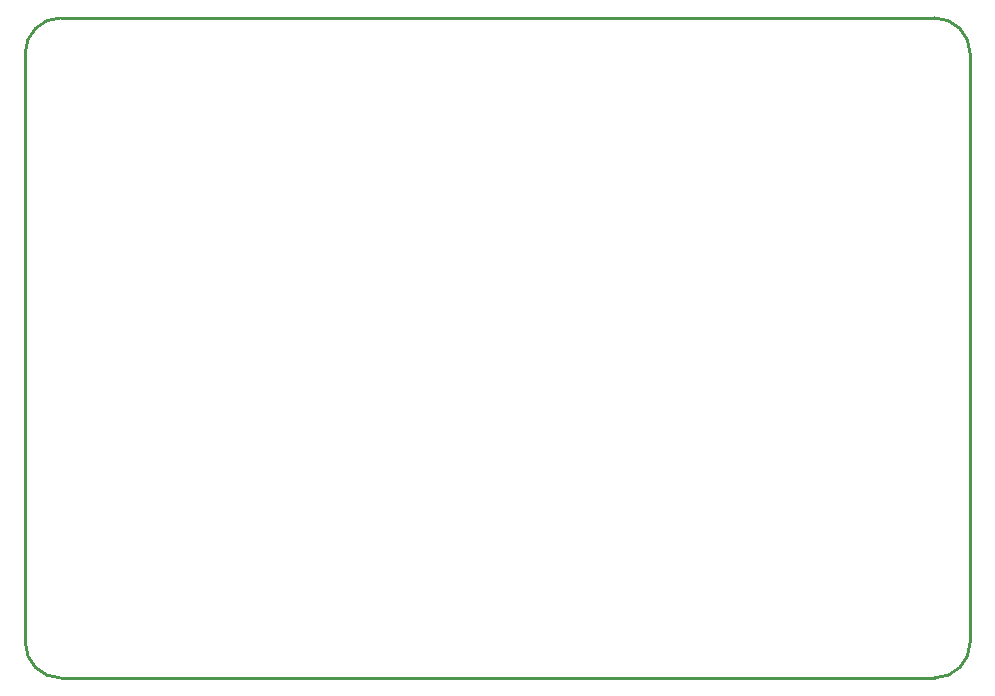
<source format=gko>
G04 Layer: BoardOutlineLayer*
G04 EasyEDA v6.5.23, 2023-06-08 09:20:47*
G04 55327712f0a3441bad1e631ee7ba6bcd,133cb59a28494424a397ab70695d2c60,10*
G04 Gerber Generator version 0.2*
G04 Scale: 100 percent, Rotated: No, Reflected: No *
G04 Dimensions in millimeters *
G04 leading zeros omitted , absolute positions ,4 integer and 5 decimal *
%FSLAX45Y45*%
%MOMM*%

%ADD10C,0.2540*%
D10*
X508000Y8681981D02*
G01*
X508000Y13669972D01*
X8207984Y8381982D02*
G01*
X807999Y8381982D01*
X8507984Y13669972D02*
G01*
X8507984Y8681981D01*
X807999Y13969972D02*
G01*
X8207984Y13969972D01*
G75*
G01*
X8207984Y13969972D02*
G02*
X8507983Y13669973I0J-299999D01*
G75*
G01*
X8507983Y8681982D02*
G02*
X8207984Y8381982I-299999J0D01*
G75*
G01*
X807999Y8381982D02*
G02*
X507999Y8681982I-1J300000D01*
G75*
G01*
X507999Y13669973D02*
G02*
X807999Y13969972I299999J0D01*

%LPD*%
M02*

</source>
